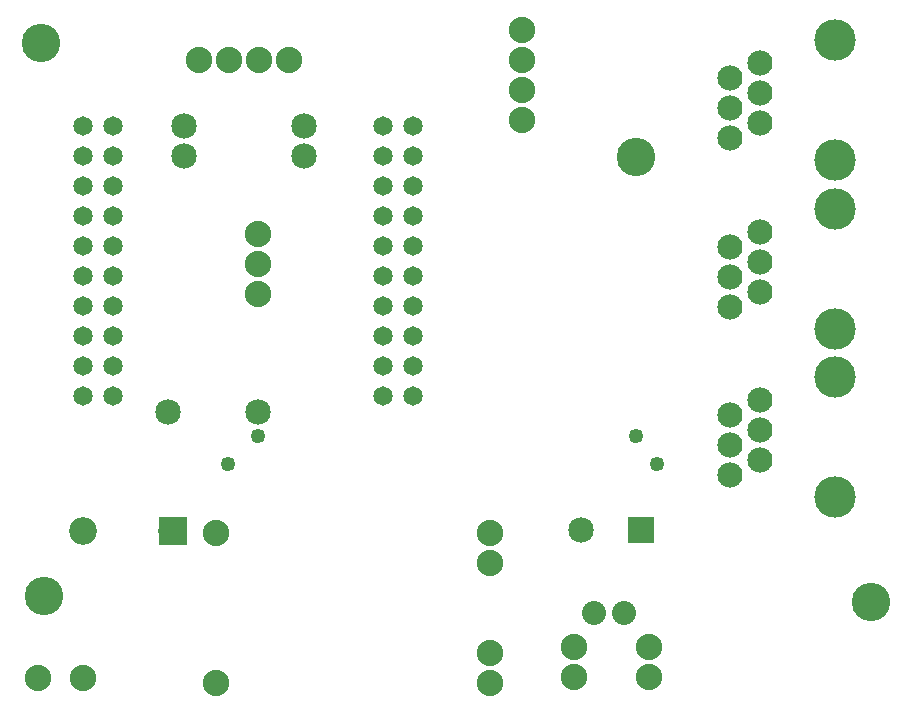
<source format=gbs>
G04 MADE WITH FRITZING*
G04 WWW.FRITZING.ORG*
G04 DOUBLE SIDED*
G04 HOLES PLATED*
G04 CONTOUR ON CENTER OF CONTOUR VECTOR*
%ASAXBY*%
%FSLAX23Y23*%
%MOIN*%
%OFA0B0*%
%SFA1.0B1.0*%
%ADD10C,0.088000*%
%ADD11C,0.065118*%
%ADD12C,0.085000*%
%ADD13C,0.084000*%
%ADD14C,0.138000*%
%ADD15C,0.080000*%
%ADD16C,0.092000*%
%ADD17C,0.128110*%
%ADD18C,0.049370*%
%ADD19R,0.085000X0.085000*%
%ADD20R,0.092000X0.092000*%
%LNMASK0*%
G90*
G70*
G54D10*
X815Y1635D03*
X815Y1535D03*
X815Y1435D03*
G54D11*
X1331Y1195D03*
X1331Y1095D03*
X1231Y1195D03*
X1231Y1095D03*
X331Y1195D03*
X331Y1095D03*
X231Y1195D03*
X231Y1095D03*
G54D10*
X918Y2214D03*
X818Y2214D03*
X718Y2214D03*
X618Y2214D03*
G54D12*
X513Y1041D03*
X813Y1041D03*
X568Y1994D03*
X968Y1994D03*
X568Y1894D03*
X968Y1894D03*
G54D13*
X2389Y831D03*
X2489Y881D03*
X2389Y931D03*
X2489Y981D03*
X2389Y1031D03*
X2489Y1081D03*
G54D14*
X2739Y756D03*
X2739Y1156D03*
G54D13*
X2389Y1392D03*
X2489Y1442D03*
X2389Y1492D03*
X2489Y1542D03*
X2389Y1592D03*
X2489Y1642D03*
G54D14*
X2739Y1317D03*
X2739Y1717D03*
G54D13*
X2389Y1955D03*
X2489Y2005D03*
X2389Y2055D03*
X2489Y2105D03*
X2389Y2155D03*
X2489Y2205D03*
G54D14*
X2739Y1880D03*
X2739Y2280D03*
G54D12*
X2091Y647D03*
X1891Y647D03*
G54D15*
X1935Y372D03*
X2035Y372D03*
G54D10*
X673Y639D03*
X673Y138D03*
X1588Y639D03*
X1588Y539D03*
X1588Y239D03*
X1588Y138D03*
G54D11*
X1331Y1993D03*
X1331Y1893D03*
X1331Y1793D03*
X1331Y1693D03*
X1331Y1593D03*
X1331Y1493D03*
X1331Y1393D03*
X1331Y1293D03*
X1232Y1993D03*
X1232Y1893D03*
X1232Y1793D03*
X1232Y1693D03*
X1232Y1593D03*
X1232Y1493D03*
X1232Y1393D03*
X1232Y1293D03*
X231Y1993D03*
X231Y1893D03*
X231Y1793D03*
X231Y1693D03*
X231Y1593D03*
X231Y1493D03*
X231Y1393D03*
X231Y1293D03*
X331Y1993D03*
X331Y1893D03*
X331Y1793D03*
X331Y1693D03*
X331Y1593D03*
X331Y1493D03*
X331Y1393D03*
X331Y1293D03*
G54D10*
X231Y153D03*
X81Y153D03*
G54D16*
X529Y645D03*
X231Y645D03*
G54D10*
X1696Y2314D03*
X1696Y2214D03*
X1696Y2114D03*
X1696Y2014D03*
X2118Y259D03*
X2118Y159D03*
X1867Y259D03*
X1867Y159D03*
G54D17*
X100Y426D03*
X91Y2271D03*
X2857Y408D03*
X2073Y1892D03*
G54D18*
X713Y869D03*
X2144Y869D03*
X813Y961D03*
X2073Y961D03*
G54D19*
X2091Y647D03*
G54D20*
X530Y645D03*
G04 End of Mask0*
M02*
</source>
